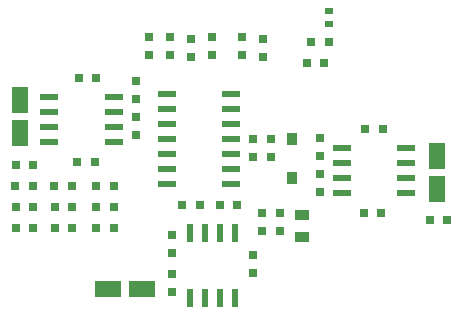
<source format=gtp>
G04*
G04 #@! TF.GenerationSoftware,Altium Limited,Altium Designer,21.7.1 (17)*
G04*
G04 Layer_Color=8421504*
%FSLAX44Y44*%
%MOMM*%
G71*
G04*
G04 #@! TF.SameCoordinates,13432A2F-5693-4F9D-A56B-2ECE4EB69D10*
G04*
G04*
G04 #@! TF.FilePolarity,Positive*
G04*
G01*
G75*
%ADD14R,1.3500X2.2000*%
%ADD15R,2.2000X1.3500*%
%ADD16R,1.5200X0.6000*%
%ADD17R,1.5500X0.6000*%
%ADD18R,0.7500X0.7500*%
%ADD19R,0.7500X0.7500*%
%ADD20R,0.8000X0.8000*%
%ADD21R,0.8000X0.6000*%
%ADD22R,0.8000X0.8000*%
%ADD23R,1.3000X0.9000*%
%ADD24R,0.8800X1.0200*%
%ADD25R,0.6000X1.5200*%
D14*
X372110Y116710D02*
D03*
Y144910D02*
D03*
X19050Y163700D02*
D03*
Y191900D02*
D03*
D15*
X122050Y31750D02*
D03*
X93850D02*
D03*
D16*
X346170Y113030D02*
D03*
Y125730D02*
D03*
Y138430D02*
D03*
Y151130D02*
D03*
X291370Y113030D02*
D03*
Y125730D02*
D03*
Y138430D02*
D03*
Y151130D02*
D03*
X98520Y194310D02*
D03*
Y181610D02*
D03*
Y168910D02*
D03*
Y156210D02*
D03*
X43720Y194310D02*
D03*
Y181610D02*
D03*
Y168910D02*
D03*
Y156210D02*
D03*
D17*
X197180Y120650D02*
D03*
Y133350D02*
D03*
Y146050D02*
D03*
Y158750D02*
D03*
Y171450D02*
D03*
Y184150D02*
D03*
Y196850D02*
D03*
X143180Y120650D02*
D03*
Y133350D02*
D03*
Y146050D02*
D03*
Y158750D02*
D03*
Y171450D02*
D03*
Y184150D02*
D03*
Y196850D02*
D03*
D18*
X116840Y208160D02*
D03*
Y193160D02*
D03*
Y177680D02*
D03*
Y162680D02*
D03*
X273050Y159900D02*
D03*
Y144900D02*
D03*
Y129420D02*
D03*
Y114420D02*
D03*
X147320Y29330D02*
D03*
Y44330D02*
D03*
X231140Y158630D02*
D03*
Y143630D02*
D03*
X181610Y229990D02*
D03*
Y244990D02*
D03*
X146050Y244990D02*
D03*
Y229990D02*
D03*
X207010Y229990D02*
D03*
Y244990D02*
D03*
X238760Y81400D02*
D03*
Y96400D02*
D03*
X223520Y81400D02*
D03*
Y96400D02*
D03*
X215900Y158630D02*
D03*
Y143630D02*
D03*
X147320Y62350D02*
D03*
Y77350D02*
D03*
X215900Y45840D02*
D03*
Y60840D02*
D03*
X128270Y229870D02*
D03*
Y244870D02*
D03*
D19*
X83700Y83820D02*
D03*
X98700D02*
D03*
X48260Y101600D02*
D03*
X63260D02*
D03*
X48260Y83820D02*
D03*
X63260D02*
D03*
X83700Y101600D02*
D03*
X98700D02*
D03*
X30240Y83815D02*
D03*
X15240D02*
D03*
X30240Y101595D02*
D03*
X15240D02*
D03*
X82430Y139700D02*
D03*
X67430D02*
D03*
X30360Y137155D02*
D03*
X15360D02*
D03*
X30090Y119375D02*
D03*
X15090D02*
D03*
X83550Y119380D02*
D03*
X98550D02*
D03*
X48110D02*
D03*
X63110D02*
D03*
X83700Y210820D02*
D03*
X68700D02*
D03*
X311270Y167640D02*
D03*
X326270D02*
D03*
X365880Y90170D02*
D03*
X380880D02*
D03*
X310000Y96520D02*
D03*
X325000D02*
D03*
X265550Y241300D02*
D03*
X280550D02*
D03*
X156330Y102870D02*
D03*
X171330D02*
D03*
X188080D02*
D03*
X203080D02*
D03*
D20*
X261740Y223520D02*
D03*
X276740D02*
D03*
D21*
X280670Y267120D02*
D03*
Y256120D02*
D03*
D22*
X163830Y228720D02*
D03*
Y243720D02*
D03*
X224790Y228720D02*
D03*
Y243720D02*
D03*
D23*
X257810Y75590D02*
D03*
Y94590D02*
D03*
D24*
X248920Y125890D02*
D03*
Y158590D02*
D03*
D25*
X162560Y24670D02*
D03*
X175260D02*
D03*
X187960D02*
D03*
X200660D02*
D03*
X162560Y79470D02*
D03*
X175260D02*
D03*
X187960D02*
D03*
X200660D02*
D03*
M02*

</source>
